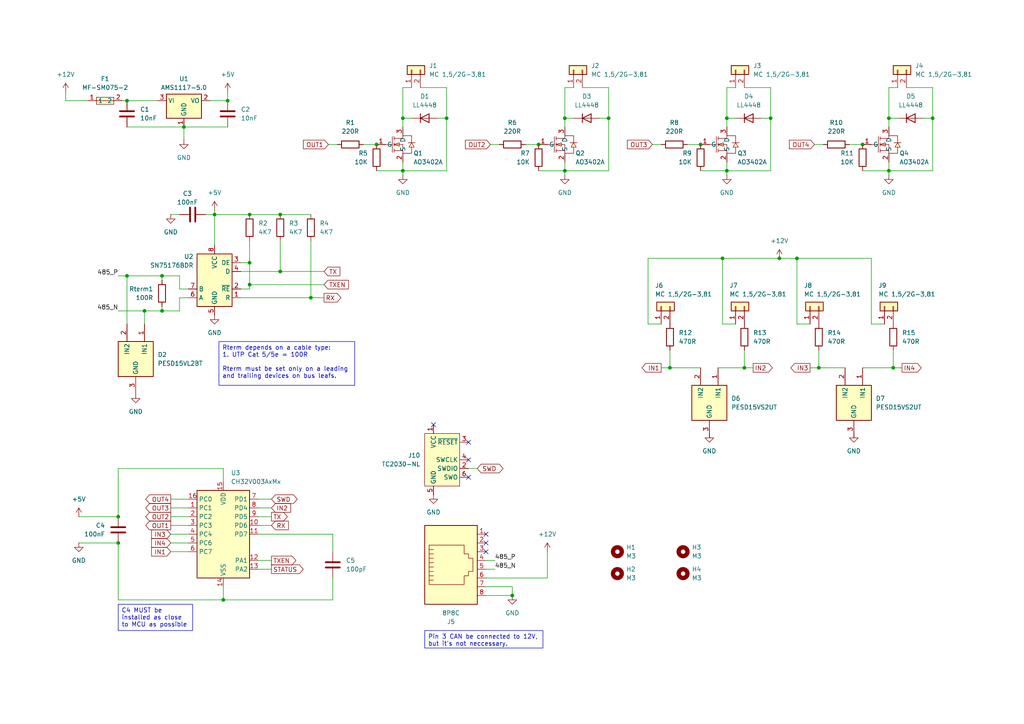
<source format=kicad_sch>
(kicad_sch (version 20231120) (generator "eeschema") (generator_version "8.0")
  (paper "A4")
  (title_block (title "Lamium") (date "2024-11-10") (rev "0.1") (company "B4CKSP4CE") (comment 1 "D. Nourell (@heyflo)") (comment 2 "CERN-OHL-S"))
  (lib_symbols
    (symbol "Connector:8P8C" (pin_names (offset 1.016))
      (property "Reference" "J" (at -5.08 13.97 0))
      (property "Value" "8P8C" (at 2.54 13.97 0))
      (symbol "8P8C_0_1"
        (polyline (pts (xy -5.08 4.445) (xy -6.35 4.445)))
        (polyline (pts (xy -5.08 5.715) (xy -6.35 5.715)))
        (polyline (pts (xy -6.35 -3.175) (xy -5.08 -3.175) (xy -5.08 -3.175)))
        (polyline (pts (xy -6.35 -1.905) (xy -5.08 -1.905) (xy -5.08 -1.905)))
        (polyline (pts (xy -6.35 -0.635) (xy -5.08 -0.635) (xy -5.08 -0.635)))
        (polyline (pts (xy -6.35 0.635) (xy -5.08 0.635) (xy -5.08 0.635)))
        (polyline (pts (xy -6.35 1.905) (xy -5.08 1.905) (xy -5.08 1.905)))
        (polyline (pts (xy -5.08 3.175) (xy -6.35 3.175) (xy -6.35 3.175)))
        (polyline (pts (xy -6.35 -4.445) (xy -6.35 6.985) (xy 3.81 6.985) (xy 3.81 4.445) (xy 5.08 4.445) (xy 5.08 3.175) (xy 6.35 3.175) (xy 6.35 -0.635) (xy 5.08 -0.635) (xy 5.08 -1.905) (xy 3.81 -1.905) (xy 3.81 -4.445) (xy -6.35 -4.445) (xy -6.35 -4.445)))
        (rectangle (start 7.62 12.7) (end -7.62 -10.16) (stroke (width 0.254)) (fill (type background)))
      )
      (symbol "8P8C_1_1"
        (pin passive line (at 10.16 -7.62 180) (length 2.54) (name "~") (number "1"))
        (pin passive line (at 10.16 -5.08 180) (length 2.54) (name "~") (number "2"))
        (pin passive line (at 10.16 -2.54 180) (length 2.54) (name "~") (number "3"))
        (pin passive line (at 10.16 0 180) (length 2.54) (name "~") (number "4"))
        (pin passive line (at 10.16 2.54 180) (length 2.54) (name "~") (number "5"))
        (pin passive line (at 10.16 5.08 180) (length 2.54) (name "~") (number "6"))
        (pin passive line (at 10.16 7.62 180) (length 2.54) (name "~") (number "7"))
        (pin passive line (at 10.16 10.16 180) (length 2.54) (name "~") (number "8"))
      )
    )
    (symbol "Connector:Conn_ARM_SWD_TagConnect_TC2030-NL" (in_bom no)
      (property "Reference" "J" (at 2.54 11.43 0))
      (property "Value" "Conn_ARM_SWD_TagConnect_TC2030-NL" (at 2.54 8.89 0))
      (symbol "Conn_ARM_SWD_TagConnect_TC2030-NL_0_0"
        (pin power_in line (at -2.54 10.16 270) (length 2.54) (name "VCC") (number "1"))
        (pin bidirectional line (at 7.62 -2.54 180) (length 2.54) (name "SWDIO") (number "2"))
        (pin open_collector line (at 7.62 5.08 180) (length 2.54) (name "~{RESET}") (number "3"))
        (pin output line (at 7.62 0 180) (length 2.54) (name "SWCLK") (number "4"))
        (pin power_in line (at -2.54 -10.16 90) (length 2.54) (name "GND") (number "5"))
        (pin input line (at 7.62 -5.08 180) (length 2.54) (name "SWO") (number "6"))
      )
      (symbol "Conn_ARM_SWD_TagConnect_TC2030-NL_0_1"
        (rectangle (start -5.08 7.62) (end 5.08 -7.62) (fill (type background)))
      )
    )
    (symbol "Connector_Generic:Conn_01x02" (pin_names (offset 1.016) hide)
      (property "Reference" "J" (at 0 2.54 0))
      (property "Value" "Conn_01x02" (at 0 -5.08 0))
      (symbol "Conn_01x02_1_1"
        (rectangle (start -1.27 -2.413) (end 0 -2.667) (stroke (width 0.1524)))
        (rectangle (start -1.27 0.127) (end 0 -0.127) (stroke (width 0.1524)))
        (rectangle (start -1.27 1.27) (end 1.27 -3.81) (stroke (width 0.254)) (fill (type background)))
        (pin passive line (at -5.08 0 0) (length 3.81) (name "Pin_1") (number "1"))
        (pin passive line (at -5.08 -2.54 0) (length 3.81) (name "Pin_2") (number "2"))
      )
    )
    (symbol "Custom:AO3402A"
      (property "Reference" "Q" (at 0 10.16 0))
      (property "Value" "AO3402A" (at 0 -10.16 0))
      (symbol "AO3402A_0_1"
        (polyline (pts (xy -5.08 0) (xy -3.05 0)))
        (polyline (pts (xy -3.05 2.29) (xy -3.05 -2.29)))
        (polyline (pts (xy -2.54 -2.29) (xy -2.54 -1.27)))
        (polyline (pts (xy -2.54 -0.51) (xy -2.54 0.51)))
        (polyline (pts (xy -2.54 2.29) (xy -2.54 1.27)))
        (polyline (pts (xy 0 -1.78) (xy -2.54 -1.78)))
        (polyline (pts (xy -2.54 0) (xy -1.02 -0.51) (xy -1.02 0.51) (xy -2.54 0)) (fill (type background)))
        (polyline (pts (xy 2.54 0.51) (xy 1.78 -0.76) (xy 3.3 -0.76) (xy 2.54 0.51)) (fill (type background)))
        (polyline (pts (xy 3.56 0.51) (xy 3.05 0.51) (xy 2.03 0.51) (xy 1.52 0.51)))
        (polyline (pts (xy -2.54 0) (xy 0 0) (xy 0 -2.54) (xy 2.54 -2.54) (xy 2.54 -0.76)))
        (polyline (pts (xy -2.54 1.78) (xy 0 1.78) (xy 0 2.54) (xy 2.54 2.54) (xy 2.54 0.51)))
        (pin unspecified line (at -7.62 0 0) (length 2.54) (name "G") (number "1"))
        (pin unspecified line (at 0 -5.08 90) (length 2.54) (name "S") (number "2"))
        (pin unspecified line (at 0 5.08 270) (length 2.54) (name "D") (number "3"))
      )
    )
    (symbol "Custom:MF-SM075-2"
      (property "Reference" "F" (at 0 5.08 0))
      (property "Value" "MF-SM075-2" (at 0 -5.08 0))
      (symbol "MF-SM075-2_0_1"
        (rectangle (start -2.54 1.02) (end 2.54 -1.02) (fill (type background)))
        (polyline (pts (xy -2.54 0) (xy 2.54 0)))
      )
      (symbol "MF-SM075-2_1_1"
        (pin bidirectional line (at -5.08 0 0) (length 2.54) (name "1") (number "1"))
        (pin bidirectional line (at 5.08 0 180) (length 2.54) (name "2") (number "2"))
      )
    )
    (symbol "Custom:PESD12VL2BT"
      (property "Reference" "D" (at 5.08 8.636 0))
      (property "Value" "PESD15VL2BT" (at 5.08 6.096 0))
      (symbol "PESD12VL2BT_1_1"
        (rectangle (start 5.08 3.81) (end 15.24 -6.35) (stroke (width 0.254)) (fill (type background)))
        (pin passive line (at 0 1.27 0) (length 5.08) (name "IN1") (number "1"))
        (pin passive line (at 0 -3.81 0) (length 5.08) (name "IN2") (number "2"))
        (pin passive line (at 20.32 -1.27 180) (length 5.08) (name "GND") (number "3"))
      )
    )
    (symbol "Custom:PESD15VS2UT"
      (property "Reference" "D" (at 16.51 6.096 0))
      (property "Value" "PESD15VS2UT" (at 16.51 3.556 0))
      (symbol "PESD15VS2UT_1_1"
        (rectangle (start 5.08 3.81) (end 15.24 -6.35) (stroke (width 0.254)) (fill (type background)))
        (pin passive line (at 0 1.27 0) (length 5.08) (name "IN1") (number "1"))
        (pin passive line (at 0 -3.81 0) (length 5.08) (name "IN2") (number "2"))
        (pin passive line (at 20.32 -1.27 180) (length 5.08) (name "GND") (number "3"))
      )
    )
    (symbol "Custom:SN75176BDR"
      (property "Reference" "U" (at -4.318 8.89 0))
      (property "Value" "SN75176BDR" (at 1.016 8.89 0))
      (symbol "SN75176BDR_0_1"
        (rectangle (start -5.08 7.62) (end 5.08 -7.62) (stroke (width 0.254)) (fill (type background)))
      )
      (symbol "SN75176BDR_1_1"
        (pin output line (at -7.62 -5.08 0) (length 2.54) (name "R") (number "1"))
        (pin input line (at -7.62 -2.54 0) (length 2.54) (name "~{RE}") (number "2"))
        (pin input line (at -7.62 5.08 0) (length 2.54) (name "DE") (number "3"))
        (pin input line (at -7.62 2.54 0) (length 2.54) (name "D") (number "4"))
        (pin power_in line (at 0 -10.16 90) (length 2.54) (name "GND") (number "5"))
        (pin bidirectional line (at 7.62 -5.08 180) (length 2.54) (name "A") (number "6"))
        (pin bidirectional line (at 7.62 -2.54 180) (length 2.54) (name "B") (number "7"))
        (pin power_in line (at 0 10.16 270) (length 2.54) (name "VCC") (number "8"))
      )
    )
    (symbol "Device:C" (pin_numbers hide) (pin_names (offset 0.254))
      (property "Reference" "C" (at 0.635 2.54 0))
      (property "Value" "C" (at 0.635 -2.54 0))
      (symbol "C_0_1"
        (polyline (pts (xy -2.032 -0.762) (xy 2.032 -0.762)) (stroke (width 0.508)))
        (polyline (pts (xy -2.032 0.762) (xy 2.032 0.762)) (stroke (width 0.508)))
      )
      (symbol "C_1_1"
        (pin passive line (at 0 3.81 270) (length 2.794) (name "~") (number "1"))
        (pin passive line (at 0 -3.81 90) (length 2.794) (name "~") (number "2"))
      )
    )
    (symbol "Device:R" (pin_numbers hide) (pin_names (offset 0))
      (property "Reference" "R" (at 2.032 0 90))
      (property "Value" "R" (at 0 0 90))
      (symbol "R_0_1"
        (rectangle (start -1.016 -2.54) (end 1.016 2.54) (stroke (width 0.254)))
      )
      (symbol "R_1_1"
        (pin passive line (at 0 3.81 270) (length 1.27) (name "~") (number "1"))
        (pin passive line (at 0 -3.81 90) (length 1.27) (name "~") (number "2"))
      )
    )
    (symbol "Diode:LL4448" (pin_numbers hide) (pin_names hide)
      (property "Reference" "D" (at 0 2.54 0))
      (property "Value" "LL4448" (at 0 -2.54 0))
      (symbol "LL4448_0_1"
        (polyline (pts (xy -1.27 1.27) (xy -1.27 -1.27)) (stroke (width 0.254)))
        (polyline (pts (xy 1.27 0) (xy -1.27 0)))
        (polyline (pts (xy 1.27 1.27) (xy 1.27 -1.27) (xy -1.27 0) (xy 1.27 1.27)) (stroke (width 0.254)))
      )
      (symbol "LL4448_1_1"
        (pin passive line (at -3.81 0 0) (length 2.54) (name "K") (number "1"))
        (pin passive line (at 3.81 0 180) (length 2.54) (name "A") (number "2"))
      )
    )
    (symbol "MCU_WCH_CH32V0:CH32V003AxMx"
      (property "Reference" "U" (at -7.62 15.24 0))
      (property "Value" "CH32V003AxMx" (at 7.62 15.24 0))
      (symbol "CH32V003AxMx_1_1"
        (rectangle (start -7.62 12.7) (end 7.62 -12.7) (stroke (width 0.254)) (fill (type background)))
        (pin bidirectional line (at -10.16 7.62 0) (length 2.54) (name "PC1") (number "1"))
        (pin bidirectional line (at 10.16 2.54 180) (length 2.54) (name "PD6") (number "10"))
        (pin bidirectional line (at 10.16 0 180) (length 2.54) (name "PD7") (number "11"))
        (pin bidirectional line (at 10.16 -7.62 180) (length 2.54) (name "PA1") (number "12"))
        (pin bidirectional line (at 10.16 -10.16 180) (length 2.54) (name "PA2") (number "13"))
        (pin power_in line (at 0 -15.24 90) (length 2.54) (name "VSS") (number "14"))
        (pin power_in line (at 0 15.24 270) (length 2.54) (name "VDD") (number "15"))
        (pin bidirectional line (at -10.16 10.16 0) (length 2.54) (name "PC0") (number "16"))
        (pin bidirectional line (at -10.16 5.08 0) (length 2.54) (name "PC2") (number "2"))
        (pin bidirectional line (at -10.16 2.54 0) (length 2.54) (name "PC3") (number "3"))
        (pin bidirectional line (at -10.16 0 0) (length 2.54) (name "PC4") (number "4"))
        (pin bidirectional line (at -10.16 -2.54 0) (length 2.54) (name "PC6") (number "5"))
        (pin bidirectional line (at -10.16 -5.08 0) (length 2.54) (name "PC7") (number "6"))
        (pin bidirectional line (at 10.16 10.16 180) (length 2.54) (name "PD1") (number "7"))
        (pin bidirectional line (at 10.16 7.62 180) (length 2.54) (name "PD4") (number "8"))
        (pin bidirectional line (at 10.16 5.08 180) (length 2.54) (name "PD5") (number "9"))
      )
    )
    (symbol "Mechanical:MountingHole" (pin_names (offset 1.016)) (exclude_from_sim yes) (in_bom no)
      (property "Reference" "H" (at 0 5.08 0))
      (property "Value" "MountingHole" (at 0 3.175 0))
      (symbol "MountingHole_0_1"
        (circle (center 0 0) (radius 1.27) (stroke (width 1.27)))
      )
    )
    (symbol "Regulator_Linear:AMS1117-5.0"
      (property "Reference" "U" (at -3.81 3.175 0))
      (property "Value" "AMS1117-5.0" (at 0 3.175 0))
      (symbol "AMS1117-5.0_0_1"
        (rectangle (start -5.08 -5.08) (end 5.08 1.905) (stroke (width 0.254)) (fill (type background)))
      )
      (symbol "AMS1117-5.0_1_1"
        (pin power_in line (at 0 -7.62 90) (length 2.54) (name "GND") (number "1"))
        (pin power_out line (at 7.62 0 180) (length 2.54) (name "VO") (number "2"))
        (pin power_in line (at -7.62 0 0) (length 2.54) (name "VI") (number "3"))
      )
    )
    (symbol "power:+12V" (power) (pin_numbers hide) (pin_names (offset 0) hide)
      (property "Value" "+12V" (at 0 3.556 0))
      (symbol "+12V_0_1"
        (polyline (pts (xy -0.762 1.27) (xy 0 2.54)))
        (polyline (pts (xy 0 0) (xy 0 2.54)))
        (polyline (pts (xy 0 2.54) (xy 0.762 1.27)))
      )
      (symbol "+12V_1_1"
        (pin power_in line (at 0 0 90) (length 0) (name "~") (number "1"))
      )
    )
    (symbol "power:+5V" (power) (pin_numbers hide) (pin_names (offset 0) hide)
      (property "Value" "+5V" (at 0 3.556 0))
      (symbol "+5V_0_1"
        (polyline (pts (xy -0.762 1.27) (xy 0 2.54)))
        (polyline (pts (xy 0 0) (xy 0 2.54)))
        (polyline (pts (xy 0 2.54) (xy 0.762 1.27)))
      )
      (symbol "+5V_1_1"
        (pin power_in line (at 0 0 90) (length 0) (name "~") (number "1"))
      )
    )
    (symbol "power:GND" (power) (pin_numbers hide) (pin_names (offset 0) hide)
      (property "Value" "GND" (at 0 -3.81 0))
      (symbol "GND_0_1"
        (polyline (pts (xy 0 0) (xy 0 -1.27) (xy 1.27 -1.27) (xy 0 -2.54) (xy -1.27 -1.27) (xy 0 -1.27)))
      )
      (symbol "GND_1_1"
        (pin power_in line (at 0 0 270) (length 0) (name "~") (number "1"))
      )
    )
  )
  (junction (at 129.54 34.29))
  (junction (at 34.29 149.86))
  (junction (at 36.83 29.21))
  (junction (at 81.28 62.23))
  (junction (at 64.77 173.99))
  (junction (at 62.23 62.23))
  (junction (at 259.08 106.68))
  (junction (at 163.83 49.53))
  (junction (at 148.59 172.72))
  (junction (at 257.81 49.53))
  (junction (at 81.28 78.74))
  (junction (at 72.39 82.55))
  (junction (at 250.19 41.91))
  (junction (at 210.82 49.53))
  (junction (at 36.83 80.01))
  (junction (at 237.49 106.68))
  (junction (at 72.39 62.23))
  (junction (at 210.82 34.29))
  (junction (at 34.29 157.48))
  (junction (at 203.2 41.91))
  (junction (at 215.9 106.68))
  (junction (at 163.83 34.29))
  (junction (at 90.17 86.36))
  (junction (at 226.06 74.93))
  (junction (at 109.22 41.91))
  (junction (at 156.21 41.91))
  (junction (at 194.31 106.68))
  (junction (at 209.55 74.93))
  (junction (at 231.14 74.93))
  (junction (at 41.91 90.17))
  (junction (at 53.34 36.83))
  (junction (at 46.99 80.01))
  (junction (at 270.51 34.29))
  (junction (at 116.84 34.29))
  (junction (at 223.52 34.29))
  (junction (at 46.99 90.17))
  (junction (at 257.81 34.29))
  (junction (at 176.53 34.29))
  (junction (at 72.39 76.2))
  (junction (at 66.04 29.21))
  (junction (at 116.84 49.53))
  (no_connect (at 125.73 123.19))
  (no_connect (at 140.97 157.48))
  (no_connect (at 135.89 128.27))
  (no_connect (at 140.97 160.02))
  (no_connect (at 140.97 154.94))
  (no_connect (at 135.89 138.43))
  (no_connect (at 135.89 133.35))
  (wire (pts (xy 49.53 152.4) (xy 54.61 152.4)))
  (wire (pts (xy 247.65 127) (xy 247.65 125.73)))
  (wire (pts (xy 237.49 101.6) (xy 237.49 106.68)))
  (wire (pts (xy 215.9 106.68) (xy 218.44 106.68)))
  (wire (pts (xy 119.38 34.29) (xy 116.84 34.29)))
  (wire (pts (xy 59.69 62.23) (xy 62.23 62.23)))
  (wire (pts (xy 49.53 160.02) (xy 54.61 160.02)))
  (wire (pts (xy 210.82 49.53) (xy 210.82 50.8)))
  (wire (pts (xy 96.52 173.99) (xy 96.52 167.64)))
  (wire (pts (xy 62.23 62.23) (xy 62.23 71.12)))
  (wire (pts (xy 74.93 144.78) (xy 78.74 144.78)))
  (wire (pts (xy 140.97 165.1) (xy 143.51 165.1)))
  (wire (pts (xy 19.05 26.67) (xy 19.05 29.21)))
  (wire (pts (xy 262.89 25.4) (xy 270.51 25.4)))
  (wire (pts (xy 166.37 25.4) (xy 163.83 25.4)))
  (wire (pts (xy 142.24 41.91) (xy 144.78 41.91)))
  (wire (pts (xy 166.37 34.29) (xy 163.83 34.29)))
  (wire (pts (xy 208.28 106.68) (xy 215.9 106.68)))
  (wire (pts (xy 49.53 149.86) (xy 54.61 149.86)))
  (wire (pts (xy 109.22 49.53) (xy 116.84 49.53)))
  (wire (pts (xy 121.92 25.4) (xy 129.54 25.4)))
  (wire (pts (xy 234.95 106.68) (xy 237.49 106.68)))
  (wire (pts (xy 163.83 49.53) (xy 163.83 50.8)))
  (wire (pts (xy 191.77 106.68) (xy 194.31 106.68)))
  (wire (pts (xy 36.83 80.01) (xy 46.99 80.01)))
  (wire (pts (xy 116.84 34.29) (xy 116.84 36.83)))
  (wire (pts (xy 129.54 34.29) (xy 129.54 49.53)))
  (wire (pts (xy 46.99 80.01) (xy 46.99 81.28)))
  (wire (pts (xy 53.34 36.83) (xy 53.34 40.64)))
  (wire (pts (xy 49.53 157.48) (xy 54.61 157.48)))
  (wire (pts (xy 52.07 86.36) (xy 54.61 86.36)))
  (wire (pts (xy 215.9 106.68) (xy 215.9 101.6)))
  (wire (pts (xy 203.2 49.53) (xy 210.82 49.53)))
  (wire (pts (xy 270.51 25.4) (xy 270.51 34.29)))
  (wire (pts (xy 72.39 82.55) (xy 93.98 82.55)))
  (wire (pts (xy 46.99 88.9) (xy 46.99 90.17)))
  (wire (pts (xy 257.81 49.53) (xy 257.81 50.8)))
  (wire (pts (xy 270.51 34.29) (xy 270.51 49.53)))
  (wire (pts (xy 152.4 41.91) (xy 156.21 41.91)))
  (wire (pts (xy 36.83 80.01) (xy 36.83 93.98)))
  (wire (pts (xy 194.31 101.6) (xy 194.31 106.68)))
  (wire (pts (xy 213.36 34.29) (xy 210.82 34.29)))
  (wire (pts (xy 140.97 170.18) (xy 148.59 170.18)))
  (wire (pts (xy 49.53 144.78) (xy 54.61 144.78)))
  (wire (pts (xy 52.07 90.17) (xy 52.07 86.36)))
  (wire (pts (xy 246.38 41.91) (xy 250.19 41.91)))
  (wire (pts (xy 74.93 152.4) (xy 78.74 152.4)))
  (wire (pts (xy 81.28 78.74) (xy 81.28 69.85)))
  (wire (pts (xy 116.84 46.99) (xy 116.84 49.53)))
  (wire (pts (xy 96.52 154.94) (xy 96.52 160.02)))
  (wire (pts (xy 36.83 29.21) (xy 45.72 29.21)))
  (wire (pts (xy 138.43 135.89) (xy 135.89 135.89)))
  (wire (pts (xy 72.39 69.85) (xy 72.39 76.2)))
  (wire (pts (xy 46.99 90.17) (xy 52.07 90.17)))
  (wire (pts (xy 66.04 26.67) (xy 66.04 29.21)))
  (wire (pts (xy 187.96 74.93) (xy 209.55 74.93)))
  (wire (pts (xy 210.82 49.53) (xy 223.52 49.53)))
  (wire (pts (xy 34.29 149.86) (xy 34.29 135.89)))
  (wire (pts (xy 34.29 157.48) (xy 34.29 173.99)))
  (wire (pts (xy 148.59 172.72) (xy 140.97 172.72)))
  (wire (pts (xy 41.91 90.17) (xy 46.99 90.17)))
  (wire (pts (xy 49.53 154.94) (xy 54.61 154.94)))
  (wire (pts (xy 209.55 74.93) (xy 226.06 74.93)))
  (wire (pts (xy 60.96 29.21) (xy 66.04 29.21)))
  (wire (pts (xy 72.39 62.23) (xy 81.28 62.23)))
  (wire (pts (xy 74.93 154.94) (xy 96.52 154.94)))
  (wire (pts (xy 34.29 173.99) (xy 64.77 173.99)))
  (wire (pts (xy 148.59 170.18) (xy 148.59 172.72)))
  (wire (pts (xy 64.77 173.99) (xy 96.52 173.99)))
  (wire (pts (xy 140.97 162.56) (xy 143.51 162.56)))
  (wire (pts (xy 49.53 147.32) (xy 54.61 147.32)))
  (wire (pts (xy 252.73 93.98) (xy 256.54 93.98)))
  (wire (pts (xy 168.91 25.4) (xy 176.53 25.4)))
  (wire (pts (xy 158.75 160.02) (xy 158.75 167.64)))
  (wire (pts (xy 105.41 41.91) (xy 109.22 41.91)))
  (wire (pts (xy 64.77 173.99) (xy 64.77 170.18)))
  (wire (pts (xy 116.84 49.53) (xy 129.54 49.53)))
  (wire (pts (xy 205.74 125.73) (xy 205.74 127)))
  (wire (pts (xy 62.23 60.96) (xy 62.23 62.23)))
  (wire (pts (xy 250.19 49.53) (xy 257.81 49.53)))
  (wire (pts (xy 62.23 62.23) (xy 72.39 62.23)))
  (wire (pts (xy 158.75 167.64) (xy 140.97 167.64)))
  (wire (pts (xy 257.81 49.53) (xy 270.51 49.53)))
  (wire (pts (xy 72.39 82.55) (xy 72.39 83.82)))
  (wire (pts (xy 81.28 78.74) (xy 93.98 78.74)))
  (wire (pts (xy 209.55 93.98) (xy 209.55 74.93)))
  (wire (pts (xy 231.14 74.93) (xy 252.73 74.93)))
  (wire (pts (xy 69.85 86.36) (xy 90.17 86.36)))
  (wire (pts (xy 64.77 135.89) (xy 64.77 139.7)))
  (wire (pts (xy 260.35 25.4) (xy 257.81 25.4)))
  (wire (pts (xy 95.25 41.91) (xy 97.79 41.91)))
  (wire (pts (xy 215.9 25.4) (xy 223.52 25.4)))
  (wire (pts (xy 163.83 49.53) (xy 176.53 49.53)))
  (wire (pts (xy 213.36 25.4) (xy 210.82 25.4)))
  (wire (pts (xy 41.91 93.98) (xy 41.91 90.17)))
  (wire (pts (xy 52.07 83.82) (xy 54.61 83.82)))
  (wire (pts (xy 35.56 29.21) (xy 36.83 29.21)))
  (wire (pts (xy 260.35 34.29) (xy 257.81 34.29)))
  (wire (pts (xy 176.53 34.29) (xy 176.53 49.53)))
  (wire (pts (xy 220.98 34.29) (xy 223.52 34.29)))
  (wire (pts (xy 231.14 93.98) (xy 231.14 74.93)))
  (wire (pts (xy 34.29 135.89) (xy 64.77 135.89)))
  (wire (pts (xy 234.95 93.98) (xy 231.14 93.98)))
  (wire (pts (xy 252.73 74.93) (xy 252.73 93.98)))
  (wire (pts (xy 226.06 74.93) (xy 231.14 74.93)))
  (wire (pts (xy 267.97 34.29) (xy 270.51 34.29)))
  (wire (pts (xy 90.17 86.36) (xy 93.98 86.36)))
  (wire (pts (xy 213.36 93.98) (xy 209.55 93.98)))
  (wire (pts (xy 53.34 36.83) (xy 66.04 36.83)))
  (wire (pts (xy 187.96 93.98) (xy 187.96 74.93)))
  (wire (pts (xy 116.84 49.53) (xy 116.84 50.8)))
  (wire (pts (xy 127 34.29) (xy 129.54 34.29)))
  (wire (pts (xy 210.82 46.99) (xy 210.82 49.53)))
  (wire (pts (xy 81.28 62.23) (xy 90.17 62.23)))
  (wire (pts (xy 22.86 149.86) (xy 34.29 149.86)))
  (wire (pts (xy 236.22 41.91) (xy 238.76 41.91)))
  (wire (pts (xy 257.81 25.4) (xy 257.81 34.29)))
  (wire (pts (xy 74.93 162.56) (xy 78.74 162.56)))
  (wire (pts (xy 129.54 25.4) (xy 129.54 34.29)))
  (wire (pts (xy 34.29 80.01) (xy 36.83 80.01)))
  (wire (pts (xy 34.29 90.17) (xy 41.91 90.17)))
  (wire (pts (xy 237.49 106.68) (xy 245.11 106.68)))
  (wire (pts (xy 74.93 147.32) (xy 78.74 147.32)))
  (wire (pts (xy 199.39 41.91) (xy 203.2 41.91)))
  (wire (pts (xy 163.83 34.29) (xy 163.83 36.83)))
  (wire (pts (xy 49.53 62.23) (xy 52.07 62.23)))
  (wire (pts (xy 223.52 25.4) (xy 223.52 34.29)))
  (wire (pts (xy 72.39 76.2) (xy 72.39 82.55)))
  (wire (pts (xy 176.53 25.4) (xy 176.53 34.29)))
  (wire (pts (xy 163.83 46.99) (xy 163.83 49.53)))
  (wire (pts (xy 69.85 76.2) (xy 72.39 76.2)))
  (wire (pts (xy 223.52 34.29) (xy 223.52 49.53)))
  (wire (pts (xy 189.23 41.91) (xy 191.77 41.91)))
  (wire (pts (xy 119.38 25.4) (xy 116.84 25.4)))
  (wire (pts (xy 116.84 25.4) (xy 116.84 34.29)))
  (wire (pts (xy 257.81 46.99) (xy 257.81 49.53)))
  (wire (pts (xy 257.81 34.29) (xy 257.81 36.83)))
  (wire (pts (xy 74.93 165.1) (xy 78.74 165.1)))
  (wire (pts (xy 173.99 34.29) (xy 176.53 34.29)))
  (wire (pts (xy 36.83 36.83) (xy 53.34 36.83)))
  (wire (pts (xy 156.21 49.53) (xy 163.83 49.53)))
  (wire (pts (xy 210.82 25.4) (xy 210.82 34.29)))
  (wire (pts (xy 19.05 29.21) (xy 25.4 29.21)))
  (wire (pts (xy 52.07 80.01) (xy 52.07 83.82)))
  (wire (pts (xy 259.08 106.68) (xy 261.62 106.68)))
  (wire (pts (xy 72.39 83.82) (xy 69.85 83.82)))
  (wire (pts (xy 22.86 157.48) (xy 34.29 157.48)))
  (wire (pts (xy 90.17 86.36) (xy 90.17 69.85)))
  (wire (pts (xy 69.85 78.74) (xy 81.28 78.74)))
  (wire (pts (xy 46.99 80.01) (xy 52.07 80.01)))
  (wire (pts (xy 210.82 34.29) (xy 210.82 36.83)))
  (wire (pts (xy 163.83 25.4) (xy 163.83 34.29)))
  (wire (pts (xy 74.93 149.86) (xy 78.74 149.86)))
  (wire (pts (xy 250.19 106.68) (xy 259.08 106.68)))
  (wire (pts (xy 259.08 106.68) (xy 259.08 101.6)))
  (wire (pts (xy 191.77 93.98) (xy 187.96 93.98)))
  (wire (pts (xy 194.31 106.68) (xy 203.2 106.68)))
  (text_box "C4 MUST be installed as close to MCU as possible" (at 34.29 175.26 0) (size 21.59 7.62) (effects (font (size 1.27 1.27) (thickness 0.1588)) (justify left top)))
  (text_box "Pin 3 CAN be connected to 12V,\nbut it's not neccessary." (at 123.19 182.88 0) (size 34.29 5.08) (effects (font (size 1.27 1.27) (thickness 0.1588)) (justify left top)))
  (text_box "Rterm depends on a cable type:\n1. UTP Cat 5/5e = 100R\n\nRterm must be set only on a leading \nand trailing devices on bus leafs." (at 63.5 99.06 0) (size 39.37 12.7) (effects (font (size 1.27 1.27) (thickness 0.1588)) (justify left top)))
  (label "485_P" (at 34.29 80.01 180))
  (label "485_N" (at 143.51 165.1 0))
  (label "485_N" (at 34.29 90.17 180))
  (label "485_P" (at 143.51 162.56 0))
  (global_label "IN1" (shape input) (at 49.53 160.02 180) (property "Intersheetrefs" "${INTERSHEET_REFS}" (effects (hide yes))))
  (global_label "SWD" (shape bidirectional) (at 138.43 135.89 0) (property "Intersheetrefs" "${INTERSHEET_REFS}" (effects (hide yes))))
  (global_label "TXEN" (shape output) (at 78.74 162.56 0) (property "Intersheetrefs" "${INTERSHEET_REFS}" (effects (hide yes))))
  (global_label "IN4" (shape input) (at 49.53 157.48 180) (property "Intersheetrefs" "${INTERSHEET_REFS}" (effects (hide yes))))
  (global_label "IN2" (shape output) (at 218.44 106.68 0) (property "Intersheetrefs" "${INTERSHEET_REFS}" (effects (hide yes))))
  (global_label "OUT3" (shape input) (at 189.23 41.91 180) (property "Intersheetrefs" "${INTERSHEET_REFS}" (effects (hide yes))))
  (global_label "OUT3" (shape output) (at 49.53 147.32 180) (property "Intersheetrefs" "${INTERSHEET_REFS}" (effects (hide yes))))
  (global_label "OUT1" (shape output) (at 49.53 152.4 180) (property "Intersheetrefs" "${INTERSHEET_REFS}" (effects (hide yes))))
  (global_label "OUT4" (shape output) (at 49.53 144.78 180) (property "Intersheetrefs" "${INTERSHEET_REFS}" (effects (hide yes))))
  (global_label "IN2" (shape input) (at 78.74 147.32 0) (property "Intersheetrefs" "${INTERSHEET_REFS}" (effects (hide yes))))
  (global_label "TX" (shape output) (at 78.74 149.86 0) (property "Intersheetrefs" "${INTERSHEET_REFS}" (effects (hide yes))))
  (global_label "IN3" (shape input) (at 49.53 154.94 180) (property "Intersheetrefs" "${INTERSHEET_REFS}" (effects (hide yes))))
  (global_label "RX" (shape output) (at 93.98 86.36 0) (property "Intersheetrefs" "${INTERSHEET_REFS}" (effects (hide yes))))
  (global_label "OUT4" (shape input) (at 236.22 41.91 180) (property "Intersheetrefs" "${INTERSHEET_REFS}" (effects (hide yes))))
  (global_label "IN1" (shape output) (at 191.77 106.68 180) (property "Intersheetrefs" "${INTERSHEET_REFS}" (effects (hide yes))))
  (global_label "STATUS" (shape output) (at 78.74 165.1 0) (property "Intersheetrefs" "${INTERSHEET_REFS}" (effects (hide yes))))
  (global_label "IN4" (shape output) (at 261.62 106.68 0) (property "Intersheetrefs" "${INTERSHEET_REFS}" (effects (hide yes))))
  (global_label "RX" (shape input) (at 78.74 152.4 0) (property "Intersheetrefs" "${INTERSHEET_REFS}" (effects (hide yes))))
  (global_label "OUT1" (shape input) (at 95.25 41.91 180) (property "Intersheetrefs" "${INTERSHEET_REFS}" (effects (hide yes))))
  (global_label "OUT2" (shape input) (at 142.24 41.91 180) (property "Intersheetrefs" "${INTERSHEET_REFS}" (effects (hide yes))))
  (global_label "OUT2" (shape output) (at 49.53 149.86 180) (property "Intersheetrefs" "${INTERSHEET_REFS}" (effects (hide yes))))
  (global_label "SWD" (shape bidirectional) (at 78.74 144.78 0) (property "Intersheetrefs" "${INTERSHEET_REFS}" (effects (hide yes))))
  (global_label "TXEN" (shape input) (at 93.98 82.55 0) (property "Intersheetrefs" "${INTERSHEET_REFS}" (effects (hide yes))))
  (global_label "IN3" (shape output) (at 234.95 106.68 180) (property "Intersheetrefs" "${INTERSHEET_REFS}" (effects (hide yes))))
  (global_label "TX" (shape input) (at 93.98 78.74 0) (property "Intersheetrefs" "${INTERSHEET_REFS}" (effects (hide yes))))
  (symbol (lib_id "Device:R") (at 148.59 41.91 270) (unit 1)
    (property "Reference" "R6" (at 148.59 35.56 90))
    (property "Value" "220R" (at 148.59 38.1 90))
    (property "Footprint" "Resistor_SMD:R_1206_3216Metric" (effects (hide yes)))
    (property "Description" "Resistor" (effects (hide yes)))
  )
  (symbol (lib_id "Custom:PESD12VL2BT") (at 40.64 93.98 270) (unit 1)
    (property "Reference" "D2" (at 45.72 102.8699 90) (effects (justify left)))
    (property "Value" "PESD15VL2BT" (at 45.72 105.4099 90) (effects (justify left)))
    (property "Footprint" "Package_TO_SOT_SMD:SOT-23" (effects (hide yes)))
    (property "Datasheet" "https://assets.nexperia.com/documents/data-sheet/PESDXS2UT_SERIES.pdf" (effects (hide yes)))
    (property "Description" "Dual Bi-Directional TVS, 12V Operational, 15.8V Breakdown, 200W" (effects (hide yes)))
    (property "Height" "1.1" (effects (hide yes)))
    (property "Mouser Part Number" "771-PESD15VS2UT-T/R" (effects (hide yes)))
    (property "Mouser Price/Stock" "https://www.mouser.co.uk/ProductDetail/Nexperia/PESD15VS2UT215?qs=LOCUfHb8d9u9Mp9X1kxKXg%3D%3D" (effects (hide yes)))
    (property "Manufacturer_Name" "Nexperia" (effects (hide yes)))
    (property "Manufacturer_Part_Number" "PESD15VS2UT,215" (effects (hide yes)))
  )
  (symbol (lib_id "Device:R") (at 250.19 45.72 0) (unit 1)
    (property "Reference" "R11" (at 247.65 44.4499 0) (effects (justify right)))
    (property "Value" "10K" (at 247.65 46.9899 0) (effects (justify right)))
    (property "Footprint" "Resistor_SMD:R_1206_3216Metric" (effects (hide yes)))
    (property "Description" "Resistor" (effects (hide yes)))
  )
  (symbol (lib_id "power:GND") (at 205.74 125.73 0) (unit 1)
    (property "Reference" "#PWR017" (effects (hide yes)))
    (property "Value" "GND" (at 205.74 130.81 0))
    (property "Description" "Power symbol creates a global label with name \"GND\" , ground" (effects (hide yes)))
  )
  (symbol (lib_id "Diode:LL4448") (at 123.19 34.29 0) (unit 1)
    (property "Reference" "D1" (at 123.19 27.94 0))
    (property "Value" "LL4448" (at 123.19 30.48 0))
    (property "Footprint" "Diode_SMD:D_MiniMELF" (effects (hide yes)))
    (property "Datasheet" "http://www.vishay.com/docs/85557/ll4148.pdf" (effects (hide yes)))
    (property "Description" "100V 0.15A standard switching diode, MiniMELF" (effects (hide yes)))
    (property "Sim.Device" "D" (effects (hide yes)))
    (property "Sim.Pins" "1=K 2=A" (effects (hide yes)))
  )
  (symbol (lib_id "Connector_Generic:Conn_01x02") (at 166.37 20.32 90) (unit 1)
    (property "Reference" "J2" (at 171.45 19.0499 90) (effects (justify right)))
    (property "Value" "MC 1,5/2G-3,81" (at 171.45 21.5899 90) (effects (justify right)))
    (property "Footprint" "Connector_Phoenix_MC:PhoenixContact_MC_1,5_2-G-3.81_1x02_P3.81mm_Horizontal" (effects (hide yes)))
    (property "Description" "Generic connector, single row, 01x02, script generated (kicad-library-utils/schlib/autogen/connector/)" (effects (hide yes)))
  )
  (symbol (lib_id "power:GND") (at 49.53 62.23 0) (unit 1)
    (property "Reference" "#PWR06" (effects (hide yes)))
    (property "Value" "GND" (at 49.53 67.31 0))
    (property "Description" "Power symbol creates a global label with name \"GND\" , ground" (effects (hide yes)))
  )
  (symbol (lib_id "power:+12V") (at 226.06 74.93 0) (unit 1)
    (property "Reference" "#PWR016" (effects (hide yes)))
    (property "Value" "+12V" (at 226.06 69.85 0))
    (property "Description" "Power symbol creates a global label with name \"+12V\"" (effects (hide yes)))
  )
  (symbol (lib_id "Diode:LL4448") (at 170.18 34.29 0) (unit 1)
    (property "Reference" "D3" (at 170.18 27.94 0))
    (property "Value" "LL4448" (at 170.18 30.48 0))
    (property "Footprint" "Diode_SMD:D_MiniMELF" (effects (hide yes)))
    (property "Datasheet" "http://www.vishay.com/docs/85557/ll4148.pdf" (effects (hide yes)))
    (property "Description" "100V 0.15A standard switching diode, MiniMELF" (effects (hide yes)))
    (property "Sim.Device" "D" (effects (hide yes)))
    (property "Sim.Pins" "1=K 2=A" (effects (hide yes)))
  )
  (symbol (lib_id "power:+12V") (at 19.05 26.67 0) (unit 1)
    (property "Reference" "#PWR011" (effects (hide yes)))
    (property "Value" "+12V" (at 19.05 21.59 0))
    (property "Description" "Power symbol creates a global label with name \"+12V\"" (effects (hide yes)))
  )
  (symbol (lib_id "Connector_Generic:Conn_01x02") (at 260.35 20.32 90) (unit 1)
    (property "Reference" "J4" (at 265.43 19.0499 90) (effects (justify right)))
    (property "Value" "MC 1,5/2G-3,81" (at 265.43 21.5899 90) (effects (justify right)))
    (property "Footprint" "Connector_Phoenix_MC:PhoenixContact_MC_1,5_2-G-3.81_1x02_P3.81mm_Horizontal" (effects (hide yes)))
    (property "Description" "Generic connector, single row, 01x02, script generated (kicad-library-utils/schlib/autogen/connector/)" (effects (hide yes)))
  )
  (symbol (lib_id "Device:R") (at 259.08 97.79 0) (unit 1)
    (property "Reference" "R15" (at 261.62 96.5199 0) (effects (justify left)))
    (property "Value" "470R" (at 261.62 99.0599 0) (effects (justify left)))
    (property "Footprint" "Resistor_SMD:R_1206_3216Metric" (effects (hide yes)))
    (property "Description" "Resistor" (effects (hide yes)))
  )
  (symbol (lib_id "Custom:PESD15VS2UT") (at 248.92 106.68 270) (unit 1)
    (property "Reference" "D7" (at 254 115.5699 90) (effects (justify left)))
    (property "Value" "PESD15VS2UT" (at 254 118.1099 90) (effects (justify left)))
    (property "Footprint" "Package_TO_SOT_SMD:SOT-23" (effects (hide yes)))
    (property "Datasheet" "https://assets.nexperia.com/documents/data-sheet/PESDXS2UT_SERIES.pdf" (effects (hide yes)))
    (property "Description" "Dual Uni-Directional TVS, 15V Operational, 18.4V Breakdown, 160W" (effects (hide yes)))
    (property "Height" "1.1" (effects (hide yes)))
    (property "Mouser Part Number" "771-PESD15VS2UT-T/R" (effects (hide yes)))
    (property "Mouser Price/Stock" "https://www.mouser.co.uk/ProductDetail/Nexperia/PESD15VS2UT215?qs=LOCUfHb8d9u9Mp9X1kxKXg%3D%3D" (effects (hide yes)))
    (property "Manufacturer_Name" "Nexperia" (effects (hide yes)))
    (property "Manufacturer_Part_Number" "PESD15VS2UT,215" (effects (hide yes)))
  )
  (symbol (lib_id "MCU_WCH_CH32V0:CH32V003AxMx") (at 64.77 154.94 0) (unit 1)
    (property "Reference" "U3" (at 66.9641 137.16 0) (effects (justify left)))
    (property "Value" "CH32V003AxMx" (at 66.9641 139.7 0) (effects (justify left)))
    (property "Footprint" "Package_SO:SOP-16_3.9x9.9mm_P1.27mm" (effects (hide yes)))
    (property "Datasheet" "https://www.wch-ic.com/products/CH32V003.html" (effects (hide yes)))
    (property "Description" "CH32V003 series are industrial-grade general-purpose microcontrollers designed based on 32-bit RISC-V instruction set and architecture. It adopts QingKe V2A core, RV32EC instruction set, and supports 2 levels of interrupt nesting. The series are mounted with rich peripheral interfaces and function modules. Its internal organizational structure meets the low-cost and low-power embedded application scenarios." (effects (hide yes)))
  )
  (symbol (lib_id "Device:R") (at 203.2 45.72 0) (unit 1)
    (property "Reference" "R9" (at 200.66 44.4499 0) (effects (justify right)))
    (property "Value" "10K" (at 200.66 46.9899 0) (effects (justify right)))
    (property "Footprint" "Resistor_SMD:R_1206_3216Metric" (effects (hide yes)))
    (property "Description" "Resistor" (effects (hide yes)))
  )
  (symbol (lib_id "Mechanical:MountingHole") (at 198.12 160.02 0) (unit 1) (exclude_from_sim yes) (in_bom no)
    (property "Reference" "H3" (at 200.66 158.7499 0) (effects (justify left)))
    (property "Value" "M3" (at 200.66 161.2899 0) (effects (justify left)))
    (property "Footprint" "MountingHole:MountingHole_3.2mm_M3" (effects (hide yes)))
    (property "Description" "Mounting Hole without connection" (effects (hide yes)))
  )
  (symbol (lib_id "Device:R") (at 215.9 97.79 0) (unit 1)
    (property "Reference" "R13" (at 218.44 96.5199 0) (effects (justify left)))
    (property "Value" "470R" (at 218.44 99.0599 0) (effects (justify left)))
    (property "Footprint" "Resistor_SMD:R_1206_3216Metric" (effects (hide yes)))
    (property "Description" "Resistor" (effects (hide yes)))
  )
  (symbol (lib_id "power:GND") (at 148.59 172.72 0) (unit 1)
    (property "Reference" "#PWR015" (effects (hide yes)))
    (property "Value" "GND" (at 148.59 177.8 0))
    (property "Description" "Power symbol creates a global label with name \"GND\" , ground" (effects (hide yes)))
  )
  (symbol (lib_id "Custom:PESD15VS2UT") (at 207.01 106.68 270) (unit 1)
    (property "Reference" "D6" (at 212.09 115.5699 90) (effects (justify left)))
    (property "Value" "PESD15VS2UT" (at 212.09 118.1099 90) (effects (justify left)))
    (property "Footprint" "Package_TO_SOT_SMD:SOT-23" (effects (hide yes)))
    (property "Datasheet" "https://assets.nexperia.com/documents/data-sheet/PESDXS2UT_SERIES.pdf" (effects (hide yes)))
    (property "Description" "Dual Uni-Directional TVS, 15V Operational, 18.4V Breakdown, 160W" (effects (hide yes)))
    (property "Height" "1.1" (effects (hide yes)))
    (property "Mouser Part Number" "771-PESD15VS2UT-T/R" (effects (hide yes)))
    (property "Mouser Price/Stock" "https://www.mouser.co.uk/ProductDetail/Nexperia/PESD15VS2UT215?qs=LOCUfHb8d9u9Mp9X1kxKXg%3D%3D" (effects (hide yes)))
    (property "Manufacturer_Name" "Nexperia" (effects (hide yes)))
    (property "Manufacturer_Part_Number" "PESD15VS2UT,215" (effects (hide yes)))
  )
  (symbol (lib_id "power:GND") (at 39.37 114.3 0) (unit 1)
    (property "Reference" "#PWR04" (effects (hide yes)))
    (property "Value" "GND" (at 39.37 119.38 0))
    (property "Description" "Power symbol creates a global label with name \"GND\" , ground" (effects (hide yes)))
  )
  (symbol (lib_id "Custom:SN75176BDR") (at 62.23 81.28 0) (mirror y) (unit 1)
    (property "Reference" "U2" (at 56.134 74.422 0) (effects (justify left)))
    (property "Value" "SN75176BDR" (at 56.134 76.962 0) (effects (justify left)))
    (property "Footprint" "Package_SO:SOIC-8_3.9x4.9mm_P1.27mm" (effects (hide yes)))
    (property "Datasheet" "http://www.ti.com/lit/ds/symlink/sn75176b.pdf" (effects (hide yes)))
    (property "Description" "Differential RS-422/RS-485 bus transceiver, SOIC-8" (effects (hide yes)))
  )
  (symbol (lib_id "Diode:LL4448") (at 217.17 34.29 0) (unit 1)
    (property "Reference" "D4" (at 217.17 27.94 0))
    (property "Value" "LL4448" (at 217.17 30.48 0))
    (property "Footprint" "Diode_SMD:D_MiniMELF" (effects (hide yes)))
    (property "Datasheet" "http://www.vishay.com/docs/85557/ll4148.pdf" (effects (hide yes)))
    (property "Description" "100V 0.15A standard switching diode, MiniMELF" (effects (hide yes)))
    (property "Sim.Device" "D" (effects (hide yes)))
    (property "Sim.Pins" "1=K 2=A" (effects (hide yes)))
  )
  (symbol (lib_id "Device:R") (at 242.57 41.91 270) (unit 1)
    (property "Reference" "R10" (at 242.57 35.56 90))
    (property "Value" "220R" (at 242.57 38.1 90))
    (property "Footprint" "Resistor_SMD:R_1206_3216Metric" (effects (hide yes)))
    (property "Description" "Resistor" (effects (hide yes)))
  )
  (symbol (lib_id "Connector:8P8C") (at 130.81 162.56 0) (mirror x) (unit 1)
    (property "Reference" "J5" (at 130.81 180.34 0))
    (property "Value" "8P8C" (at 130.81 177.8 0))
    (property "Footprint" "Custom:Connfly_DS1134" (effects (hide yes)))
    (property "Description" "RJ connector, 8P8C (8 positions 8 connected), RJ31/RJ32/RJ33/RJ34/RJ35/RJ41/RJ45/RJ49/RJ61" (effects (hide yes)))
  )
  (symbol (lib_id "Connector_Generic:Conn_01x02") (at 234.95 88.9 90) (unit 1)
    (property "Reference" "J8" (at 233.172 82.804 90) (effects (justify right)))
    (property "Value" "MC 1,5/2G-3,81" (at 233.172 85.344 90) (effects (justify right)))
    (property "Footprint" "Connector_Phoenix_MC:PhoenixContact_MC_1,5_2-G-3.81_1x02_P3.81mm_Horizontal" (effects (hide yes)))
    (property "Description" "Generic connector, single row, 01x02, script generated (kicad-library-utils/schlib/autogen/connector/)" (effects (hide yes)))
  )
  (symbol (lib_id "Custom:AO3402A") (at 116.84 41.91 0) (unit 1)
    (property "Reference" "Q1" (at 119.888 44.45 0) (effects (justify left)))
    (property "Value" "AO3402A" (at 119.888 46.99 0) (effects (justify left)))
    (property "Footprint" "Package_TO_SOT_SMD:SOT-23" (effects (hide yes)))
    (property "Datasheet" "https://www.aosmd.com/sites/default/files/res/datasheets/AO3402.pdf" (effects (hide yes)))
    (property "Description" "30V 4A 55mΩ@10V,4A 350mW 1.4V@250uA 1 N-Channel SOT-23 MOSFETs ROHS" (effects (hide yes)))
  )
  (symbol (lib_id "Custom:AO3402A") (at 163.83 41.91 0) (unit 1)
    (property "Reference" "Q2" (at 166.878 44.45 0) (effects (justify left)))
    (property "Value" "AO3402A" (at 166.878 46.99 0) (effects (justify left)))
    (property "Footprint" "Package_TO_SOT_SMD:SOT-23" (effects (hide yes)))
    (property "Datasheet" "https://www.aosmd.com/sites/default/files/res/datasheets/AO3402.pdf" (effects (hide yes)))
    (property "Description" "30V 4A 55mΩ@10V,4A 350mW 1.4V@250uA 1 N-Channel SOT-23 MOSFETs ROHS" (effects (hide yes)))
  )
  (symbol (lib_id "power:GND") (at 247.65 125.73 0) (unit 1)
    (property "Reference" "#PWR018" (effects (hide yes)))
    (property "Value" "GND" (at 247.65 130.81 0))
    (property "Description" "Power symbol creates a global label with name \"GND\" , ground" (effects (hide yes)))
  )
  (symbol (lib_id "Device:R") (at 101.6 41.91 270) (unit 1)
    (property "Reference" "R1" (at 101.6 35.56 90))
    (property "Value" "220R" (at 101.6 38.1 90))
    (property "Footprint" "Resistor_SMD:R_1206_3216Metric" (effects (hide yes)))
    (property "Description" "Resistor" (effects (hide yes)))
  )
  (symbol (lib_id "Device:C") (at 34.29 153.67 0) (mirror x) (unit 1)
    (property "Reference" "C4" (at 30.48 152.3999 0) (effects (justify right)))
    (property "Value" "100nF" (at 30.48 154.9399 0) (effects (justify right)))
    (property "Footprint" "Capacitor_SMD:C_1206_3216Metric" (effects (hide yes)))
    (property "Description" "Unpolarized capacitor" (effects (hide yes)))
  )
  (symbol (lib_id "Connector:Conn_ARM_SWD_TagConnect_TC2030-NL") (at 128.27 133.35 0) (unit 1) (in_bom no)
    (property "Reference" "J10" (at 121.92 132.0799 0) (effects (justify right)))
    (property "Value" "TC2030-NL" (at 121.92 134.6199 0) (effects (justify right)))
    (property "Footprint" "Connector:Tag-Connect_TC2030-IDC-NL_2x03_P1.27mm_Vertical" (effects (hide yes)))
    (property "Datasheet" "https://www.tag-connect.com/wp-content/uploads/bsk-pdf-manager/TC2030-CTX_1.pdf" (effects (hide yes)))
    (property "Description" "Tag-Connect ARM Cortex SWD JTAG connector, 6 pin, no legs" (effects (hide yes)))
  )
  (symbol (lib_id "Connector_Generic:Conn_01x02") (at 256.54 88.9 90) (unit 1)
    (property "Reference" "J9" (at 254.762 82.804 90) (effects (justify right)))
    (property "Value" "MC 1,5/2G-3,81" (at 254.762 85.344 90) (effects (justify right)))
    (property "Footprint" "Connector_Phoenix_MC:PhoenixContact_MC_1,5_2-G-3.81_1x02_P3.81mm_Horizontal" (effects (hide yes)))
    (property "Description" "Generic connector, single row, 01x02, script generated (kicad-library-utils/schlib/autogen/connector/)" (effects (hide yes)))
  )
  (symbol (lib_id "Device:R") (at 109.22 45.72 0) (unit 1)
    (property "Reference" "R5" (at 106.68 44.4499 0) (effects (justify right)))
    (property "Value" "10K" (at 106.68 46.9899 0) (effects (justify right)))
    (property "Footprint" "Resistor_SMD:R_1206_3216Metric" (effects (hide yes)))
    (property "Description" "Resistor" (effects (hide yes)))
  )
  (symbol (lib_id "Connector_Generic:Conn_01x02") (at 119.38 20.32 90) (unit 1)
    (property "Reference" "J1" (at 124.46 19.0499 90) (effects (justify right)))
    (property "Value" "MC 1,5/2G-3,81" (at 124.46 21.5899 90) (effects (justify right)))
    (property "Footprint" "Connector_Phoenix_MC:PhoenixContact_MC_1,5_2-G-3.81_1x02_P3.81mm_Horizontal" (effects (hide yes)))
    (property "Description" "Generic connector, single row, 01x02, script generated (kicad-library-utils/schlib/autogen/connector/)" (effects (hide yes)))
  )
  (symbol (lib_id "Mechanical:MountingHole") (at 198.12 166.37 0) (unit 1) (exclude_from_sim yes) (in_bom no)
    (property "Reference" "H4" (at 200.66 165.0999 0) (effects (justify left)))
    (property "Value" "M3" (at 200.66 167.6399 0) (effects (justify left)))
    (property "Footprint" "MountingHole:MountingHole_3.2mm_M3" (effects (hide yes)))
    (property "Description" "Mounting Hole without connection" (effects (hide yes)))
  )
  (symbol (lib_id "Device:C") (at 36.83 33.02 0) (unit 1)
    (property "Reference" "C1" (at 40.64 31.7499 0) (effects (justify left)))
    (property "Value" "10nF" (at 40.64 34.2899 0) (effects (justify left)))
    (property "Footprint" "Capacitor_SMD:C_1206_3216Metric" (effects (hide yes)))
    (property "Description" "Tantalum Capacitor" (effects (hide yes)))
  )
  (symbol (lib_id "Mechanical:MountingHole") (at 179.07 166.37 0) (unit 1) (exclude_from_sim yes) (in_bom no)
    (property "Reference" "H2" (at 181.61 165.0999 0) (effects (justify left)))
    (property "Value" "M3" (at 181.61 167.6399 0) (effects (justify left)))
    (property "Footprint" "MountingHole:MountingHole_3.2mm_M3" (effects (hide yes)))
    (property "Description" "Mounting Hole without connection" (effects (hide yes)))
  )
  (symbol (lib_id "Regulator_Linear:AMS1117-5.0") (at 53.34 29.21 0) (unit 1)
    (property "Reference" "U1" (at 53.34 22.86 0))
    (property "Value" "AMS1117-5.0" (at 53.34 25.4 0))
    (property "Footprint" "Package_TO_SOT_SMD:SOT-223-3_TabPin2" (effects (hide yes)))
    (property "Datasheet" "http://www.advanced-monolithic.com/pdf/ds1117.pdf" (effects (hide yes)))
    (property "Description" "1A Low Dropout regulator, positive, 5.0V fixed output, SOT-223" (effects (hide yes)))
  )
  (symbol (lib_id "Connector_Generic:Conn_01x02") (at 213.36 88.9 90) (unit 1)
    (property "Reference" "J7" (at 211.582 82.804 90) (effects (justify right)))
    (property "Value" "MC 1,5/2G-3,81" (at 211.582 85.344 90) (effects (justify right)))
    (property "Footprint" "Connector_Phoenix_MC:PhoenixContact_MC_1,5_2-G-3.81_1x02_P3.81mm_Horizontal" (effects (hide yes)))
    (property "Description" "Generic connector, single row, 01x02, script generated (kicad-library-utils/schlib/autogen/connector/)" (effects (hide yes)))
  )
  (symbol (lib_id "Device:R") (at 72.39 66.04 0) (unit 1)
    (property "Reference" "R2" (at 74.93 64.7699 0) (effects (justify left)))
    (property "Value" "4K7" (at 74.93 67.3099 0) (effects (justify left)))
    (property "Footprint" "Resistor_SMD:R_1206_3216Metric" (effects (hide yes)))
    (property "Description" "Resistor" (effects (hide yes)))
  )
  (symbol (lib_id "power:+5V") (at 66.04 26.67 0) (unit 1)
    (property "Reference" "#PWR02" (effects (hide yes)))
    (property "Value" "+5V" (at 66.04 21.59 0))
    (property "Description" "Power symbol creates a global label with name \"+5V\"" (effects (hide yes)))
  )
  (symbol (lib_id "power:GND") (at 257.81 50.8 0) (unit 1)
    (property "Reference" "#PWR013" (effects (hide yes)))
    (property "Value" "GND" (at 257.81 55.88 0))
    (property "Description" "Power symbol creates a global label with name \"GND\" , ground" (effects (hide yes)))
  )
  (symbol (lib_id "Device:R") (at 237.49 97.79 0) (unit 1)
    (property "Reference" "R14" (at 240.03 96.5199 0) (effects (justify left)))
    (property "Value" "470R" (at 240.03 99.0599 0) (effects (justify left)))
    (property "Footprint" "Resistor_SMD:R_1206_3216Metric" (effects (hide yes)))
    (property "Description" "Resistor" (effects (hide yes)))
  )
  (symbol (lib_id "Device:C") (at 96.52 163.83 0) (unit 1)
    (property "Reference" "C5" (at 100.33 162.5599 0) (effects (justify left)))
    (property "Value" "100pF" (at 100.33 165.0999 0) (effects (justify left)))
    (property "Footprint" "Capacitor_SMD:C_1206_3216Metric" (effects (hide yes)))
    (property "Description" "Unpolarized capacitor" (effects (hide yes)))
  )
  (symbol (lib_id "Device:R") (at 156.21 45.72 0) (unit 1)
    (property "Reference" "R7" (at 153.67 44.4499 0) (effects (justify right)))
    (property "Value" "10K" (at 153.67 46.9899 0) (effects (justify right)))
    (property "Footprint" "Resistor_SMD:R_1206_3216Metric" (effects (hide yes)))
    (property "Description" "Resistor" (effects (hide yes)))
  )
  (symbol (lib_id "power:GND") (at 116.84 50.8 0) (unit 1)
    (property "Reference" "#PWR09" (effects (hide yes)))
    (property "Value" "GND" (at 116.84 55.88 0))
    (property "Description" "Power symbol creates a global label with name \"GND\" , ground" (effects (hide yes)))
  )
  (symbol (lib_id "Connector_Generic:Conn_01x02") (at 213.36 20.32 90) (unit 1)
    (property "Reference" "J3" (at 218.44 19.0499 90) (effects (justify right)))
    (property "Value" "MC 1,5/2G-3,81" (at 218.44 21.5899 90) (effects (justify right)))
    (property "Footprint" "Connector_Phoenix_MC:PhoenixContact_MC_1,5_2-G-3.81_1x02_P3.81mm_Horizontal" (effects (hide yes)))
    (property "Description" "Generic connector, single row, 01x02, script generated (kicad-library-utils/schlib/autogen/connector/)" (effects (hide yes)))
  )
  (symbol (lib_id "Device:R") (at 90.17 66.04 0) (unit 1)
    (property "Reference" "R4" (at 92.71 64.7699 0) (effects (justify left)))
    (property "Value" "4K7" (at 92.71 67.3099 0) (effects (justify left)))
    (property "Footprint" "Resistor_SMD:R_1206_3216Metric" (effects (hide yes)))
    (property "Description" "Resistor" (effects (hide yes)))
  )
  (symbol (lib_id "power:+12V") (at 158.75 160.02 0) (unit 1)
    (property "Reference" "#PWR014" (effects (hide yes)))
    (property "Value" "+12V" (at 158.75 154.94 0))
    (property "Description" "Power symbol creates a global label with name \"+12V\"" (effects (hide yes)))
  )
  (symbol (lib_id "Custom:AO3402A") (at 257.81 41.91 0) (unit 1)
    (property "Reference" "Q4" (at 260.858 44.45 0) (effects (justify left)))
    (property "Value" "AO3402A" (at 260.858 46.99 0) (effects (justify left)))
    (property "Footprint" "Package_TO_SOT_SMD:SOT-23" (effects (hide yes)))
    (property "Datasheet" "https://www.aosmd.com/sites/default/files/res/datasheets/AO3402.pdf" (effects (hide yes)))
    (property "Description" "30V 4A 55mΩ@10V,4A 350mW 1.4V@250uA 1 N-Channel SOT-23 MOSFETs ROHS" (effects (hide yes)))
  )
  (symbol (lib_id "Custom:MF-SM075-2") (at 30.48 29.21 0) (unit 1)
    (property "Reference" "F1" (at 30.48 22.86 0))
    (property "Value" "MF-SM075-2" (at 30.48 25.4 0))
    (property "Footprint" "Custom:FUSE-SMD_L7.4-W5.4" (effects (hide yes)))
    (property "Datasheet" "https://eu.mouser.com/datasheet/2/54/bourns_mfsm-1159445.pdf" (effects (hide yes)))
    (property "Description" "Resettable Fuses - PPTC 30V .75A-HD 40A MAX" (effects (hide yes)))
  )
  (symbol (lib_id "power:GND") (at 62.23 91.44 0) (unit 1)
    (property "Reference" "#PWR03" (effects (hide yes)))
    (property "Value" "GND" (at 62.23 96.52 0))
    (property "Description" "Power symbol creates a global label with name \"GND\" , ground" (effects (hide yes)))
  )
  (symbol (lib_id "Device:C") (at 55.88 62.23 90) (unit 1)
    (property "Reference" "C3" (at 54.356 56.134 90))
    (property "Value" "100nF" (at 54.356 58.674 90))
    (property "Footprint" "Capacitor_SMD:C_1206_3216Metric" (effects (hide yes)))
    (property "Description" "Unpolarized capacitor" (effects (hide yes)))
  )
  (symbol (lib_id "power:GND") (at 53.34 40.64 0) (unit 1)
    (property "Reference" "#PWR01" (effects (hide yes)))
    (property "Value" "GND" (at 53.34 45.72 0))
    (property "Description" "Power symbol creates a global label with name \"GND\" , ground" (effects (hide yes)))
  )
  (symbol (lib_id "power:GND") (at 125.73 143.51 0) (mirror y) (unit 1)
    (property "Reference" "#PWR020" (effects (hide yes)))
    (property "Value" "GND" (at 125.73 148.59 0))
    (property "Description" "Power symbol creates a global label with name \"GND\" , ground" (effects (hide yes)))
  )
  (symbol (lib_id "power:GND") (at 163.83 50.8 0) (unit 1)
    (property "Reference" "#PWR010" (effects (hide yes)))
    (property "Value" "GND" (at 163.83 55.88 0))
    (property "Description" "Power symbol creates a global label with name \"GND\" , ground" (effects (hide yes)))
  )
  (symbol (lib_id "Custom:AO3402A") (at 210.82 41.91 0) (unit 1)
    (property "Reference" "Q3" (at 213.868 44.45 0) (effects (justify left)))
    (property "Value" "AO3402A" (at 213.868 46.99 0) (effects (justify left)))
    (property "Footprint" "Package_TO_SOT_SMD:SOT-23" (effects (hide yes)))
    (property "Datasheet" "https://www.aosmd.com/sites/default/files/res/datasheets/AO3402.pdf" (effects (hide yes)))
    (property "Description" "30V 4A 55mΩ@10V,4A 350mW 1.4V@250uA 1 N-Channel SOT-23 MOSFETs ROHS" (effects (hide yes)))
  )
  (symbol (lib_id "Device:C") (at 66.04 33.02 0) (unit 1)
    (property "Reference" "C2" (at 69.85 31.7499 0) (effects (justify left)))
    (property "Value" "10nF" (at 69.85 34.2899 0) (effects (justify left)))
    (property "Footprint" "Capacitor_SMD:C_1206_3216Metric" (effects (hide yes)))
    (property "Description" "Tantalum Capacitor" (effects (hide yes)))
  )
  (symbol (lib_id "Connector_Generic:Conn_01x02") (at 191.77 88.9 90) (unit 1)
    (property "Reference" "J6" (at 189.992 82.804 90) (effects (justify right)))
    (property "Value" "MC 1,5/2G-3,81" (at 189.992 85.344 90) (effects (justify right)))
    (property "Footprint" "Connector_Phoenix_MC:PhoenixContact_MC_1,5_2-G-3.81_1x02_P3.81mm_Horizontal" (effects (hide yes)))
    (property "Description" "Generic connector, single row, 01x02, script generated (kicad-library-utils/schlib/autogen/connector/)" (effects (hide yes)))
  )
  (symbol (lib_id "power:GND") (at 210.82 50.8 0) (unit 1)
    (property "Reference" "#PWR012" (effects (hide yes)))
    (property "Value" "GND" (at 210.82 55.88 0))
    (property "Description" "Power symbol creates a global label with name \"GND\" , ground" (effects (hide yes)))
  )
  (symbol (lib_id "Device:R") (at 46.99 85.09 0) (mirror y) (unit 1)
    (property "Reference" "Rterm1" (at 44.45 83.8199 0) (effects (justify left)))
    (property "Value" "100R" (at 44.45 86.3599 0) (effects (justify left)))
    (property "Footprint" "Resistor_SMD:R_1206_3216Metric" (effects (hide yes)))
    (property "Description" "Resistor" (effects (hide yes)))
  )
  (symbol (lib_id "power:GND") (at 22.86 157.48 0) (unit 1)
    (property "Reference" "#PWR07" (effects (hide yes)))
    (property "Value" "GND" (at 22.86 162.56 0))
    (property "Description" "Power symbol creates a global label with name \"GND\" , ground" (effects (hide yes)))
  )
  (symbol (lib_id "Device:R") (at 194.31 97.79 0) (unit 1)
    (property "Reference" "R12" (at 196.85 96.5199 0) (effects (justify left)))
    (property "Value" "470R" (at 196.85 99.0599 0) (effects (justify left)))
    (property "Footprint" "Resistor_SMD:R_1206_3216Metric" (effects (hide yes)))
    (property "Description" "Resistor" (effects (hide yes)))
  )
  (symbol (lib_id "Device:R") (at 195.58 41.91 270) (unit 1)
    (property "Reference" "R8" (at 195.58 35.56 90))
    (property "Value" "220R" (at 195.58 38.1 90))
    (property "Footprint" "Resistor_SMD:R_1206_3216Metric" (effects (hide yes)))
    (property "Description" "Resistor" (effects (hide yes)))
  )
  (symbol (lib_id "Device:R") (at 81.28 66.04 0) (unit 1)
    (property "Reference" "R3" (at 83.82 64.7699 0) (effects (justify left)))
    (property "Value" "4K7" (at 83.82 67.3099 0) (effects (justify left)))
    (property "Footprint" "Resistor_SMD:R_1206_3216Metric" (effects (hide yes)))
    (property "Description" "Resistor" (effects (hide yes)))
  )
  (symbol (lib_id "power:+5V") (at 22.86 149.86 0) (unit 1)
    (property "Reference" "#PWR08" (effects (hide yes)))
    (property "Value" "+5V" (at 22.86 144.78 0))
    (property "Description" "Power symbol creates a global label with name \"+5V\"" (effects (hide yes)))
  )
  (symbol (lib_id "Mechanical:MountingHole") (at 179.07 160.02 0) (unit 1) (exclude_from_sim yes) (in_bom no)
    (property "Reference" "H1" (at 181.61 158.7499 0) (effects (justify left)))
    (property "Value" "M3" (at 181.61 161.2899 0) (effects (justify left)))
    (property "Footprint" "MountingHole:MountingHole_3.2mm_M3" (effects (hide yes)))
    (property "Description" "Mounting Hole without connection" (effects (hide yes)))
  )
  (symbol (lib_id "power:+5V") (at 62.23 60.96 0) (unit 1)
    (property "Reference" "#PWR05" (effects (hide yes)))
    (property "Value" "+5V" (at 62.23 55.88 0))
    (property "Description" "Power symbol creates a global label with name \"+5V\"" (effects (hide yes)))
  )
  (symbol (lib_id "Diode:LL4448") (at 264.16 34.29 0) (unit 1)
    (property "Reference" "D5" (at 264.16 27.94 0))
    (property "Value" "LL4448" (at 264.16 30.48 0))
    (property "Footprint" "Diode_SMD:D_MiniMELF" (effects (hide yes)))
    (property "Datasheet" "http://www.vishay.com/docs/85557/ll4148.pdf" (effects (hide yes)))
    (property "Description" "100V 0.15A standard switching diode, MiniMELF" (effects (hide yes)))
    (property "Sim.Device" "D" (effects (hide yes)))
    (property "Sim.Pins" "1=K 2=A" (effects (hide yes)))
  )
)
</source>
